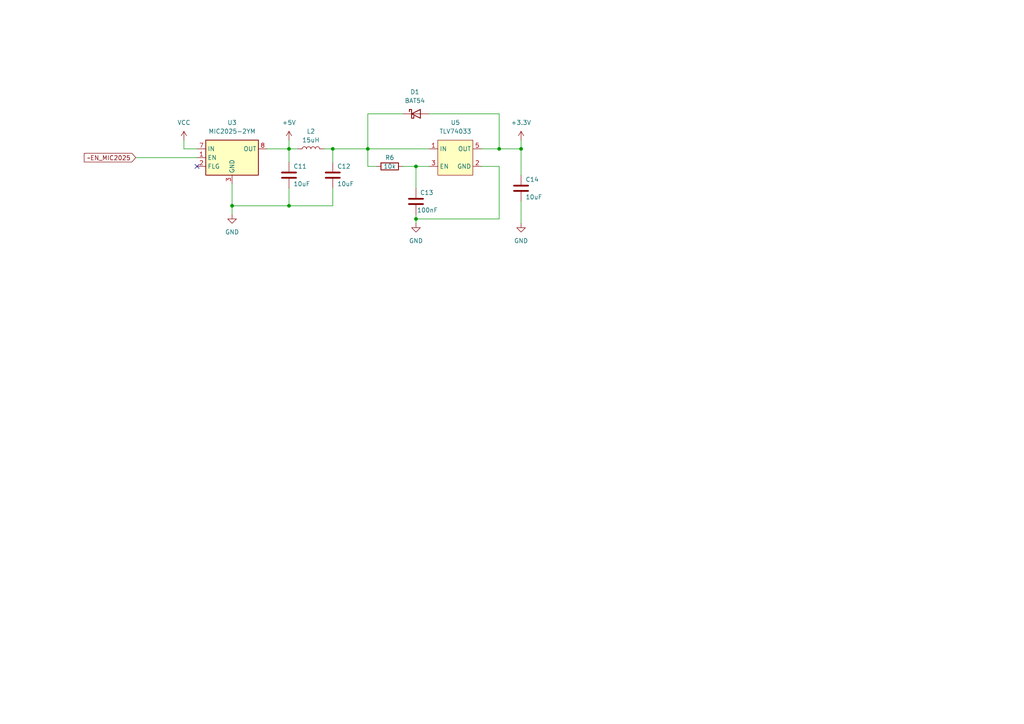
<source format=kicad_sch>
(kicad_sch (version 20230121) (generator eeschema)
  (paper "A4")
  (lib_symbols
    (symbol "Device:C" (pin_numbers hide) (pin_names (offset 0.254))
      (property "Reference" "C" (at 0.635 2.54 0))
      (property "Value" "C" (at 0.635 -2.54 0))
      (symbol "C_0_1"
        (polyline (pts (xy -2.032 -0.762) (xy 2.032 -0.762)) (stroke (width 0.508)))
        (polyline (pts (xy -2.032 0.762) (xy 2.032 0.762)) (stroke (width 0.508)))
      )
      (symbol "C_1_1"
        (pin passive line (at 0 3.81 270) (length 2.794) (name "~") (number "1"))
        (pin passive line (at 0 -3.81 90) (length 2.794) (name "~") (number "2"))
      )
    )
    (symbol "Device:D_Schottky" (pin_numbers hide) (pin_names (offset 1.016) hide)
      (property "Reference" "D" (at 0 2.54 0))
      (property "Value" "D_Schottky" (at 0 -2.54 0))
      (symbol "D_Schottky_0_1"
        (polyline (pts (xy 1.27 0) (xy -1.27 0)))
        (polyline (pts (xy 1.27 1.27) (xy 1.27 -1.27) (xy -1.27 0) (xy 1.27 1.27)) (stroke (width 0.254)))
        (polyline (pts (xy -1.905 0.635) (xy -1.905 1.27) (xy -1.27 1.27) (xy -1.27 -1.27) (xy -0.635 -1.27) (xy -0.635 -0.635)) (stroke (width 0.254)))
      )
      (symbol "D_Schottky_1_1"
        (pin passive line (at -3.81 0 0) (length 2.54) (name "K") (number "1"))
        (pin passive line (at 3.81 0 180) (length 2.54) (name "A") (number "2"))
      )
    )
    (symbol "Device:L" (pin_numbers hide) (pin_names (offset 1.016) hide)
      (property "Reference" "L" (at -1.27 0 90))
      (property "Value" "L" (at 1.905 0 90))
      (symbol "L_0_1"
        (arc (start 0 -2.54) (mid 0.6323 -1.905) (end 0 -1.27))
        (arc (start 0 -1.27) (mid 0.6323 -0.635) (end 0 0))
        (arc (start 0 0) (mid 0.6323 0.635) (end 0 1.27))
        (arc (start 0 1.27) (mid 0.6323 1.905) (end 0 2.54))
      )
      (symbol "L_1_1"
        (pin passive line (at 0 3.81 270) (length 1.27) (name "1") (number "1"))
        (pin passive line (at 0 -3.81 90) (length 1.27) (name "2") (number "2"))
      )
    )
    (symbol "Device:R" (pin_numbers hide) (pin_names (offset 0))
      (property "Reference" "R" (at 2.032 0 90))
      (property "Value" "R" (at 0 0 90))
      (symbol "R_0_1"
        (rectangle (start -1.016 -2.54) (end 1.016 2.54) (stroke (width 0.254)))
      )
      (symbol "R_1_1"
        (pin passive line (at 0 3.81 270) (length 1.27) (name "~") (number "1"))
        (pin passive line (at 0 -3.81 90) (length 1.27) (name "~") (number "2"))
      )
    )
    (symbol "LDO:TLV74033PDBVR"
      (property "Reference" "U" (at 0 0 0))
      (property "Value" "TLV74033" (at 0 -10.16 0))
      (symbol "TLV74033PDBVR_1_1"
        (rectangle (start -5.08 5.08) (end 5.08 -5.08) (fill (type background)))
        (pin bidirectional line (at -7.62 2.54 0) (length 2.54) (name "IN") (number "1"))
        (pin bidirectional line (at 7.62 -2.54 180) (length 2.54) (name "GND") (number "2"))
        (pin bidirectional line (at -7.62 -2.54 0) (length 2.54) (name "EN") (number "3"))
        (pin bidirectional line (at 0 -7.62 90) (length 2.54) hide (name "NC") (number "4"))
        (pin bidirectional line (at 7.62 2.54 180) (length 2.54) (name "OUT") (number "5"))
      )
    )
    (symbol "Power_Management:MIC2025-2YM"
      (property "Reference" "U" (at -7.62 6.35 0))
      (property "Value" "MIC2025-2YM" (at 13.97 6.35 0))
      (symbol "MIC2025-2YM_0_1"
        (rectangle (start -7.62 5.08) (end 7.62 -5.08) (stroke (width 0.254)) (fill (type background)))
      )
      (symbol "MIC2025-2YM_1_1"
        (pin input line (at -10.16 0 0) (length 2.54) (name "EN") (number "1"))
        (pin open_collector line (at -10.16 -2.54 0) (length 2.54) (name "FLG") (number "2"))
        (pin power_in line (at 0 -7.62 90) (length 2.54) (name "GND") (number "3"))
        (pin no_connect line (at 7.62 0 180) (length 2.54) hide (name "NC") (number "4"))
        (pin no_connect line (at 7.62 -2.54 180) (length 2.54) hide (name "NC") (number "5"))
        (pin passive line (at 10.16 2.54 180) (length 2.54) hide (name "OUT") (number "6"))
        (pin power_in line (at -10.16 2.54 0) (length 2.54) (name "IN") (number "7"))
        (pin power_out line (at 10.16 2.54 180) (length 2.54) (name "OUT") (number "8"))
      )
    )
    (symbol "power:+3.3V" (power) (pin_names (offset 0))
      (property "Value" "+3.3V" (at 0 3.556 0))
      (symbol "+3.3V_0_1"
        (polyline (pts (xy -0.762 1.27) (xy 0 2.54)))
        (polyline (pts (xy 0 0) (xy 0 2.54)))
        (polyline (pts (xy 0 2.54) (xy 0.762 1.27)))
      )
      (symbol "+3.3V_1_1"
        (pin power_in line (at 0 0 90) (length 0) hide (name "+3.3V") (number "1"))
      )
    )
    (symbol "power:+5V" (power) (pin_names (offset 0))
      (property "Value" "+5V" (at 0 3.556 0))
      (symbol "+5V_0_1"
        (polyline (pts (xy -0.762 1.27) (xy 0 2.54)))
        (polyline (pts (xy 0 0) (xy 0 2.54)))
        (polyline (pts (xy 0 2.54) (xy 0.762 1.27)))
      )
      (symbol "+5V_1_1"
        (pin power_in line (at 0 0 90) (length 0) hide (name "+5V") (number "1"))
      )
    )
    (symbol "power:GND" (power) (pin_names (offset 0))
      (property "Value" "GND" (at 0 -3.81 0))
      (symbol "GND_0_1"
        (polyline (pts (xy 0 0) (xy 0 -1.27) (xy 1.27 -1.27) (xy 0 -2.54) (xy -1.27 -1.27) (xy 0 -1.27)))
      )
      (symbol "GND_1_1"
        (pin power_in line (at 0 0 270) (length 0) hide (name "GND") (number "1"))
      )
    )
    (symbol "power:VCC" (power) (pin_names (offset 0))
      (property "Value" "VCC" (at 0 3.81 0))
      (symbol "VCC_0_1"
        (polyline (pts (xy -0.762 1.27) (xy 0 2.54)))
        (polyline (pts (xy 0 0) (xy 0 2.54)))
        (polyline (pts (xy 0 2.54) (xy 0.762 1.27)))
      )
      (symbol "VCC_1_1"
        (pin power_in line (at 0 0 90) (length 0) hide (name "VCC") (number "1"))
      )
    )
  )
  (junction (at 67.31 59.69))
  (junction (at 120.65 48.26))
  (junction (at 106.68 43.18))
  (junction (at 120.65 63.5))
  (junction (at 83.82 43.18))
  (junction (at 83.82 59.69))
  (junction (at 151.13 43.18))
  (junction (at 144.78 43.18))
  (junction (at 96.52 43.18))
  (no_connect (at 57.15 48.26))
  (wire (pts (xy 106.68 43.18) (xy 106.68 48.26)))
  (wire (pts (xy 106.68 33.02) (xy 106.68 43.18)))
  (wire (pts (xy 93.98 43.18) (xy 96.52 43.18)))
  (wire (pts (xy 83.82 43.18) (xy 86.36 43.18)))
  (wire (pts (xy 120.65 64.77) (xy 120.65 63.5)))
  (wire (pts (xy 83.82 59.69) (xy 83.82 54.61)))
  (wire (pts (xy 144.78 33.02) (xy 144.78 43.18)))
  (wire (pts (xy 96.52 43.18) (xy 106.68 43.18)))
  (wire (pts (xy 67.31 59.69) (xy 67.31 53.34)))
  (wire (pts (xy 120.65 63.5) (xy 120.65 62.23)))
  (wire (pts (xy 151.13 43.18) (xy 151.13 40.64)))
  (wire (pts (xy 144.78 63.5) (xy 120.65 63.5)))
  (wire (pts (xy 83.82 59.69) (xy 96.52 59.69)))
  (wire (pts (xy 139.7 48.26) (xy 144.78 48.26)))
  (wire (pts (xy 124.46 33.02) (xy 144.78 33.02)))
  (wire (pts (xy 116.84 48.26) (xy 120.65 48.26)))
  (wire (pts (xy 139.7 43.18) (xy 144.78 43.18)))
  (wire (pts (xy 144.78 43.18) (xy 151.13 43.18)))
  (wire (pts (xy 67.31 59.69) (xy 83.82 59.69)))
  (wire (pts (xy 53.34 40.64) (xy 53.34 43.18)))
  (wire (pts (xy 53.34 43.18) (xy 57.15 43.18)))
  (wire (pts (xy 106.68 43.18) (xy 124.46 43.18)))
  (wire (pts (xy 106.68 48.26) (xy 109.22 48.26)))
  (wire (pts (xy 83.82 40.64) (xy 83.82 43.18)))
  (wire (pts (xy 39.37 45.72) (xy 57.15 45.72)))
  (wire (pts (xy 83.82 46.99) (xy 83.82 43.18)))
  (wire (pts (xy 83.82 43.18) (xy 77.47 43.18)))
  (wire (pts (xy 96.52 43.18) (xy 96.52 46.99)))
  (wire (pts (xy 96.52 59.69) (xy 96.52 54.61)))
  (wire (pts (xy 67.31 62.23) (xy 67.31 59.69)))
  (wire (pts (xy 144.78 48.26) (xy 144.78 63.5)))
  (wire (pts (xy 151.13 58.42) (xy 151.13 64.77)))
  (wire (pts (xy 116.84 33.02) (xy 106.68 33.02)))
  (wire (pts (xy 120.65 48.26) (xy 124.46 48.26)))
  (wire (pts (xy 120.65 48.26) (xy 120.65 54.61)))
  (wire (pts (xy 151.13 43.18) (xy 151.13 50.8)))
  (global_label "~EN_MIC2025" (shape input) (at 39.37 45.72 180) (property "Intersheetrefs" "${INTERSHEET_REFS}" (effects hide)))
  (symbol (lib_id "Device:C") (at 96.52 50.8 0) (unit 1)
    (property "Reference" "C12" (at 97.79 48.26 0) (effects (justify left)))
    (property "Value" "10uF" (at 97.79 53.34 0) (effects (justify left)))
  )
  (symbol (lib_id "LDO:TLV74033PDBVR") (at 132.08 45.72 0) (unit 1)
    (property "Reference" "U5" (at 132.08 35.56 0))
    (property "Value" "TLV74033" (at 132.08 38.1 0))
    (property "Footprint" "Package_TO_SOT_SMD:SOT-23-5" (effects hide))
    (property "Datasheet" "https://www.ti.com/lit/ds/symlink/tlv740p.pdf" (effects hide))
    (property "Man.:" "Texas Instrument" (effects hide))
  )
  (symbol (lib_id "power:GND") (at 67.31 62.23 0) (unit 1)
    (property "Reference" "#PWR027" (effects hide))
    (property "Value" "GND" (at 67.31 67.31 0))
  )
  (symbol (lib_id "Device:R") (at 113.03 48.26 90) (unit 1)
    (property "Reference" "R6" (at 113.03 45.72 90))
    (property "Value" "10k" (at 113.03 48.26 90))
  )
  (symbol (lib_id "Device:C") (at 151.13 54.61 0) (unit 1)
    (property "Reference" "C14" (at 152.4 52.07 0) (effects (justify left)))
    (property "Value" "10uF" (at 152.4 57.15 0) (effects (justify left)))
  )
  (symbol (lib_id "Device:C") (at 83.82 50.8 0) (unit 1)
    (property "Reference" "C11" (at 85.09 48.26 0) (effects (justify left)))
    (property "Value" "10uF" (at 85.09 53.34 0) (effects (justify left)))
  )
  (symbol (lib_id "power:VCC") (at 53.34 40.64 0) (unit 1)
    (property "Reference" "#PWR026" (effects hide))
    (property "Value" "VCC" (at 53.34 35.56 0))
  )
  (symbol (lib_id "Power_Management:MIC2025-2YM") (at 67.31 45.72 0) (unit 1)
    (property "Reference" "U3" (at 67.31 35.56 0))
    (property "Value" "MIC2025-2YM" (at 67.31 38.1 0))
    (property "Footprint" "Package_SO:SOIC-8_3.9x4.9mm_P1.27mm" (effects hide))
    (property "Datasheet" "https://ww1.microchip.com/downloads/en/DeviceDoc/MIC2025-2075-Single-Channel-Power-Distribution-Switch-DS20006030A.pdf" (effects hide))
  )
  (symbol (lib_id "power:GND") (at 151.13 64.77 0) (mirror y) (unit 1)
    (property "Reference" "#PWR034" (effects hide))
    (property "Value" "GND" (at 151.13 69.85 0))
  )
  (symbol (lib_id "power:+3.3V") (at 151.13 40.64 0) (unit 1)
    (property "Reference" "#PWR032" (effects hide))
    (property "Value" "+3.3V" (at 151.13 35.56 0))
  )
  (symbol (lib_id "power:+5V") (at 83.82 40.64 0) (unit 1)
    (property "Reference" "#PWR030" (effects hide))
    (property "Value" "+5V" (at 83.82 35.56 0))
  )
  (symbol (lib_id "Device:C") (at 120.65 58.42 0) (mirror y) (unit 1)
    (property "Reference" "C13" (at 125.73 55.88 0) (effects (justify left)))
    (property "Value" "100nF" (at 127 60.96 0) (effects (justify left)))
  )
  (symbol (lib_id "Device:D_Schottky") (at 120.65 33.02 0) (unit 1)
    (property "Reference" "D1" (at 120.3325 26.67 0))
    (property "Value" "BAT54" (at 120.3325 29.21 0))
    (property "Footprint" "Diode_SMD:D_SOD-323_HandSoldering" (effects hide))
    (property "Datasheet" "https://www.mouser.es/datasheet/2/115/DIOD_S_A0004140728_1-2542383.pdf" (effects hide))
    (property "Man.:" "DIODES" (effects hide))
    (property "Ref. Man." "BAT54WS" (effects hide))
  )
  (symbol (lib_id "Device:L") (at 90.17 43.18 90) (unit 1)
    (property "Reference" "L2" (at 90.17 38.1 90))
    (property "Value" "15uH" (at 90.17 40.64 90))
    (property "Footprint" "Inductors_SMD:L_1.4x5.0mm_CM45_BOURNS_Series" (effects hide))
    (property "Datasheet" "https://www.mouser.es/datasheet/2/54/cm-777730.pdf" (effects hide))
    (property "Man. Ref.:" "CM453232-150KL" (effects hide))
    (property "Man.:" "Bourns" (effects hide))
  )
  (symbol (lib_id "power:GND") (at 120.65 64.77 0) (unit 1)
    (property "Reference" "#PWR031" (effects hide))
    (property "Value" "GND" (at 120.65 69.85 0))
  )
)
</source>
